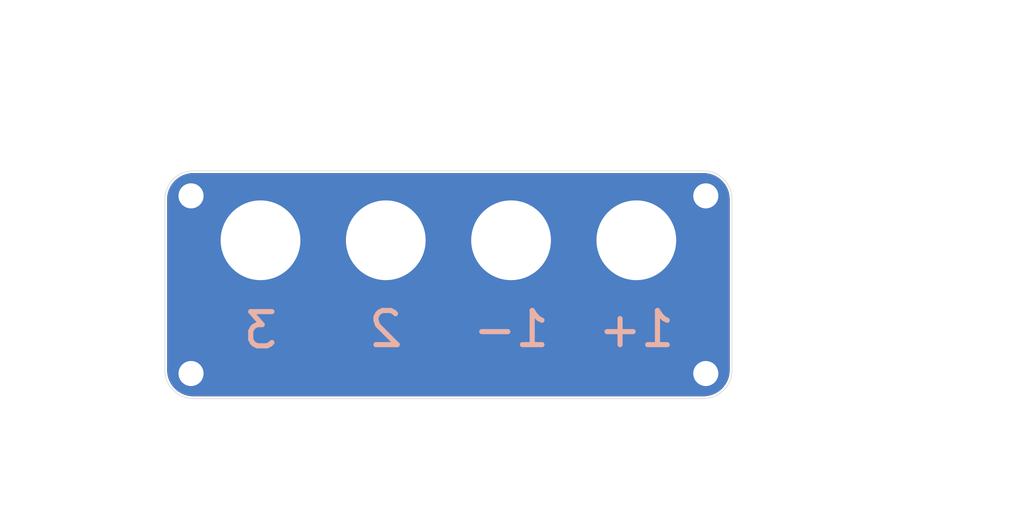
<source format=kicad_pcb>
(kicad_pcb (version 20241229) (generator "pcbnew") (generator_version "9.0")
  (layers (0 "F.Cu" signal) (2 "B.Cu" signal) (13 "F.Paste" user) (15 "B.Paste" user) (5 "F.SilkS" user "F.Silkscreen") (7 "B.SilkS" user "B.Silkscreen") (1 "F.Mask" user) (3 "B.Mask" user) (25 "Edge.Cuts" user))
  (net 0 "")
  (net 1 "GND")
  (footprint "MountingHole:MountingHole_2.2mm_M2_DIN965_Pad" (layer "F.Cu") (at 147.6 97.8)
    (property "Reference" "H1" (hide yes))
    (property "Value" "MountingHole")
    (pad "1" thru_hole circle (at 0 0) (size 3.8 3.8) (drill 2.2) (layers "*.Cu" "*.Mask") (net 1 "GND"))
  )
  (footprint "MountingHole:MountingHole_2.2mm_M2_DIN965_Pad" (layer "F.Cu") (at 102.4 97.8)
    (property "Reference" "H3" (hide yes))
    (property "Value" "MountingHole")
    (pad "1" thru_hole circle (at 0 0) (size 3.8 3.8) (drill 2.2) (layers "*.Cu" "*.Mask") (net 1 "GND"))
  )
  (footprint "MountingHole:MountingHole_2.2mm_M2_DIN965_Pad" (layer "F.Cu") (at 102.4 82.2)
    (property "Reference" "H4" (hide yes))
    (property "Value" "MountingHole")
    (pad "1" thru_hole circle (at 0 0) (size 3.8 3.8) (drill 2.2) (layers "*.Cu" "*.Mask") (net 1 "GND"))
  )
  (footprint "MountingHole:MountingHole_2.2mm_M2_DIN965_Pad" (layer "F.Cu") (at 147.6 82.2)
    (property "Reference" "H2" (hide yes))
    (property "Value" "MountingHole")
    (pad "1" thru_hole circle (at 0 0) (size 3.8 3.8) (drill 2.2) (layers "*.Cu" "*.Mask") (net 1 "GND"))
  )
  (gr_arc (start 100.1 82.5) (mid 100.832233 80.732233) (end 102.6 80) (stroke (width 0.05)) (layer "Edge.Cuts"))
  (gr_arc (start 147.4 80) (mid 149.167767 80.732233) (end 149.9 82.5) (stroke (width 0.05)) (layer "Edge.Cuts"))
  (gr_line (start 100.1 97.5) (end 100.1 82.5) (stroke (width 0.05)) (layer "Edge.Cuts"))
  (gr_arc (start 149.9 97.5) (mid 149.167767 99.267767) (end 147.4 100) (stroke (width 0.05)) (layer "Edge.Cuts"))
  (gr_line (start 147.4 100) (end 102.6 100) (stroke (width 0.05)) (layer "Edge.Cuts"))
  (gr_arc (start 102.6 100) (mid 100.832233 99.267767) (end 100.1 97.5) (stroke (width 0.05)) (layer "Edge.Cuts"))
  (gr_line (start 102.6 80) (end 147.4 80) (stroke (width 0.05)) (layer "Edge.Cuts"))
  (gr_line (start 149.9 82.5) (end 149.9 97.5) (stroke (width 0.05)) (layer "Edge.Cuts"))
  (gr_text "3" (at 108.5 94 -0) (layer "B.SilkS") (effects (font (size 3 3) (thickness 0.45)) (justify mirror)))
  (gr_text "1-" (at 130.5 93.9 -0) (layer "B.SilkS") (effects (font (size 3 3) (thickness 0.45)) (justify mirror)))
  (gr_text "1+" (at 141.5 93.9 -0) (layer "B.SilkS") (effects (font (size 3 3) (thickness 0.45)) (justify mirror)))
  (gr_text "2" (at 119.5 93.9 -0) (layer "B.SilkS") (effects (font (size 3 3) (thickness 0.45)) (justify mirror)))
  (via (at 119.5 86.1) (size 10) (drill 7) (layers "F.Cu" "B.Cu") (net 1))
  (via (at 141.5 86.1) (size 10) (drill 7) (layers "F.Cu" "B.Cu") (net 1))
  (via (at 108.5 86.1) (size 10) (drill 7) (layers "F.Cu" "B.Cu") (net 1))
  (via (at 130.5 86.1) (size 10) (drill 7) (layers "F.Cu" "B.Cu") (net 1))
  (zone (net 1) (net_name "GND") (layers "F.Cu" "B.Cu") (name "Back") (connect_pads yes (clearance 0.2)) (min_thickness 0.2) (fill yes (thermal_gap 0.2) (thermal_bridge_width 0.2) (island_removal_mode 1) (island_area_min 10))
    (polygon (pts (xy 100 79.85) (xy 150 79.85) (xy 150 100.15) (xy 100 100.15)))
  )
)
</source>
